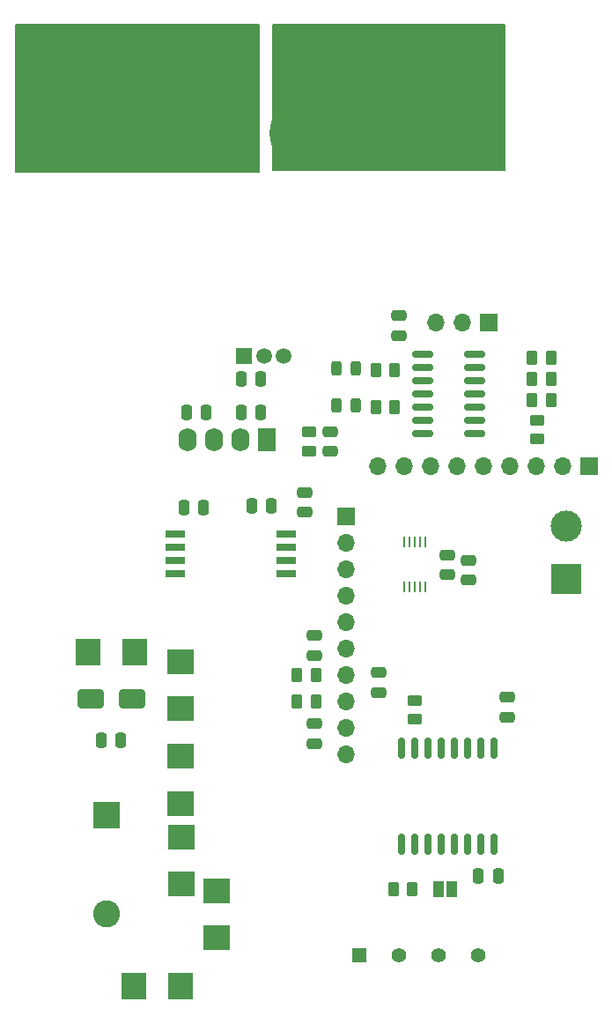
<source format=gbr>
%TF.GenerationSoftware,KiCad,Pcbnew,7.0.5-7.0.5~ubuntu20.04.1*%
%TF.CreationDate,2023-08-05T16:15:12+02:00*%
%TF.ProjectId,diyBMS_CurrentVoltage_ADS1115,64697942-4d53-45f4-9375-7272656e7456,rev?*%
%TF.SameCoordinates,Original*%
%TF.FileFunction,Soldermask,Top*%
%TF.FilePolarity,Negative*%
%FSLAX46Y46*%
G04 Gerber Fmt 4.6, Leading zero omitted, Abs format (unit mm)*
G04 Created by KiCad (PCBNEW 7.0.5-7.0.5~ubuntu20.04.1) date 2023-08-05 16:15:12*
%MOMM*%
%LPD*%
G01*
G04 APERTURE LIST*
G04 Aperture macros list*
%AMRoundRect*
0 Rectangle with rounded corners*
0 $1 Rounding radius*
0 $2 $3 $4 $5 $6 $7 $8 $9 X,Y pos of 4 corners*
0 Add a 4 corners polygon primitive as box body*
4,1,4,$2,$3,$4,$5,$6,$7,$8,$9,$2,$3,0*
0 Add four circle primitives for the rounded corners*
1,1,$1+$1,$2,$3*
1,1,$1+$1,$4,$5*
1,1,$1+$1,$6,$7*
1,1,$1+$1,$8,$9*
0 Add four rect primitives between the rounded corners*
20,1,$1+$1,$2,$3,$4,$5,0*
20,1,$1+$1,$4,$5,$6,$7,0*
20,1,$1+$1,$6,$7,$8,$9,0*
20,1,$1+$1,$8,$9,$2,$3,0*%
%AMHorizOval*
0 Thick line with rounded ends*
0 $1 width*
0 $2 $3 position (X,Y) of the first rounded end (center of the circle)*
0 $4 $5 position (X,Y) of the second rounded end (center of the circle)*
0 Add line between two ends*
20,1,$1,$2,$3,$4,$5,0*
0 Add two circle primitives to create the rounded ends*
1,1,$1,$2,$3*
1,1,$1,$4,$5*%
G04 Aperture macros list end*
%ADD10C,0.150000*%
%ADD11C,0.200000*%
%ADD12RoundRect,0.250000X0.475000X-0.250000X0.475000X0.250000X-0.475000X0.250000X-0.475000X-0.250000X0*%
%ADD13R,2.484000X2.600000*%
%ADD14R,2.600000X2.484000*%
%ADD15RoundRect,0.150000X-0.150000X0.875000X-0.150000X-0.875000X0.150000X-0.875000X0.150000X0.875000X0*%
%ADD16R,1.400000X1.400000*%
%ADD17C,1.400000*%
%ADD18R,1.700000X1.700000*%
%ADD19O,1.700000X1.700000*%
%ADD20C,3.200000*%
%ADD21RoundRect,0.250000X-0.250000X-0.475000X0.250000X-0.475000X0.250000X0.475000X-0.250000X0.475000X0*%
%ADD22RoundRect,0.250000X0.250000X0.475000X-0.250000X0.475000X-0.250000X-0.475000X0.250000X-0.475000X0*%
%ADD23RoundRect,0.250000X-0.475000X0.250000X-0.475000X-0.250000X0.475000X-0.250000X0.475000X0.250000X0*%
%ADD24RoundRect,0.250000X-0.262500X-0.450000X0.262500X-0.450000X0.262500X0.450000X-0.262500X0.450000X0*%
%ADD25RoundRect,0.250000X1.000000X0.650000X-1.000000X0.650000X-1.000000X-0.650000X1.000000X-0.650000X0*%
%ADD26RoundRect,0.250000X0.450000X-0.262500X0.450000X0.262500X-0.450000X0.262500X-0.450000X-0.262500X0*%
%ADD27R,2.600000X2.600000*%
%ADD28C,2.600000*%
%ADD29R,1.905000X0.640000*%
%ADD30R,0.250000X1.100000*%
%ADD31R,1.500000X1.500000*%
%ADD32C,1.500000*%
%ADD33HorizOval,0.800000X0.000000X0.000000X0.000000X0.000000X0*%
%ADD34HorizOval,0.800000X0.000000X0.000000X0.000000X0.000000X0*%
%ADD35C,0.800000*%
%ADD36O,9.000000X6.000000*%
%ADD37RoundRect,0.250000X0.262500X0.450000X-0.262500X0.450000X-0.262500X-0.450000X0.262500X-0.450000X0*%
%ADD38RoundRect,0.243750X-0.243750X-0.456250X0.243750X-0.456250X0.243750X0.456250X-0.243750X0.456250X0*%
%ADD39R,1.000000X1.500000*%
%ADD40RoundRect,0.250000X-0.450000X0.262500X-0.450000X-0.262500X0.450000X-0.262500X0.450000X0.262500X0*%
%ADD41R,3.000000X3.000000*%
%ADD42C,3.000000*%
%ADD43RoundRect,0.150000X-0.825000X-0.150000X0.825000X-0.150000X0.825000X0.150000X-0.825000X0.150000X0*%
%ADD44R,1.750000X2.250000*%
%ADD45O,1.750000X2.250000*%
G04 APERTURE END LIST*
D10*
X48895000Y-7620000D02*
X71120000Y-7620000D01*
X71120000Y-21590000D01*
X48895000Y-21590000D01*
X48895000Y-7620000D01*
G36*
X48895000Y-7620000D02*
G01*
X71120000Y-7620000D01*
X71120000Y-21590000D01*
X48895000Y-21590000D01*
X48895000Y-7620000D01*
G37*
D11*
X24130000Y-7620000D02*
X47498000Y-7620000D01*
X47498000Y-21711000D01*
X24130000Y-21711000D01*
X24130000Y-7620000D01*
G36*
X24130000Y-7620000D02*
G01*
X47498000Y-7620000D01*
X47498000Y-21711000D01*
X24130000Y-21711000D01*
X24130000Y-7620000D01*
G37*
D12*
%TO.C,C16*%
X67691000Y-60955000D03*
X67691000Y-59055000D03*
%TD*%
D13*
%TO.C,R6*%
X35570000Y-67884500D03*
X31054000Y-67884500D03*
%TD*%
D14*
%TO.C,R5*%
X39977000Y-73317500D03*
X39977000Y-68801500D03*
%TD*%
%TO.C,R3*%
X40040500Y-90144500D03*
X40040500Y-85628500D03*
%TD*%
%TO.C,R4*%
X39977000Y-82397500D03*
X39977000Y-77881500D03*
%TD*%
D13*
%TO.C,R1*%
X35496500Y-99951500D03*
X40012500Y-99951500D03*
%TD*%
D14*
%TO.C,R2*%
X43469500Y-95314500D03*
X43469500Y-90798500D03*
%TD*%
D15*
%TO.C,U5*%
X70104000Y-77060000D03*
X68834000Y-77060000D03*
X67564000Y-77060000D03*
X66294000Y-77060000D03*
X65024000Y-77060000D03*
X63754000Y-77060000D03*
X62484000Y-77060000D03*
X61214000Y-77060000D03*
X61214000Y-86360000D03*
X62484000Y-86360000D03*
X63754000Y-86360000D03*
X65024000Y-86360000D03*
X66294000Y-86360000D03*
X67564000Y-86360000D03*
X68834000Y-86360000D03*
X70104000Y-86360000D03*
%TD*%
D16*
%TO.C,J3*%
X57194000Y-96950000D03*
D17*
X61004000Y-96950000D03*
X64814000Y-96950000D03*
X68624000Y-96950000D03*
%TD*%
D18*
%TO.C,J8*%
X69596000Y-36195000D03*
D19*
X67056000Y-36195000D03*
X64516000Y-36195000D03*
%TD*%
D12*
%TO.C,C3*%
X51943000Y-54417000D03*
X51943000Y-52517000D03*
%TD*%
D20*
%TO.C,J5*%
X35931000Y-9783000D03*
X31496000Y-9783000D03*
X27061000Y-9783000D03*
X35931000Y-14218000D03*
X31496000Y-14218000D03*
X27061000Y-14218000D03*
X35931000Y-18653000D03*
X31496000Y-18653000D03*
X27061000Y-18653000D03*
%TD*%
D21*
%TO.C,C10*%
X68629000Y-89330000D03*
X70529000Y-89330000D03*
%TD*%
%TO.C,C8*%
X46802000Y-53848000D03*
X48702000Y-53848000D03*
%TD*%
D22*
%TO.C,C6*%
X34262000Y-76329500D03*
X32362000Y-76329500D03*
%TD*%
D23*
%TO.C,C9*%
X65659000Y-58552000D03*
X65659000Y-60452000D03*
%TD*%
D12*
%TO.C,C5*%
X71374000Y-74090000D03*
X71374000Y-72190000D03*
%TD*%
D23*
%TO.C,C13*%
X52832000Y-66299000D03*
X52832000Y-68199000D03*
%TD*%
D21*
%TO.C,C11*%
X45786000Y-41656000D03*
X47686000Y-41656000D03*
%TD*%
D24*
%TO.C,R8*%
X51157500Y-72644000D03*
X52982500Y-72644000D03*
%TD*%
D25*
%TO.C,D1*%
X35312000Y-72329500D03*
X31312000Y-72329500D03*
%TD*%
D21*
%TO.C,C1*%
X40579000Y-44831000D03*
X42479000Y-44831000D03*
%TD*%
D26*
%TO.C,R17*%
X52324000Y-48561000D03*
X52324000Y-46736000D03*
%TD*%
D21*
%TO.C,C4*%
X45786000Y-44831000D03*
X47686000Y-44831000D03*
%TD*%
D18*
%TO.C,J2*%
X79248000Y-50038000D03*
D19*
X76708000Y-50038000D03*
X74168000Y-50038000D03*
X71628000Y-50038000D03*
X69088000Y-50038000D03*
X66548000Y-50038000D03*
X64008000Y-50038000D03*
X61468000Y-50038000D03*
X58928000Y-50038000D03*
%TD*%
D23*
%TO.C,C14*%
X52832000Y-74742000D03*
X52832000Y-76642000D03*
%TD*%
D26*
%TO.C,R14*%
X74271500Y-47394500D03*
X74271500Y-45569500D03*
%TD*%
D24*
%TO.C,R9*%
X73763500Y-43688000D03*
X75588500Y-43688000D03*
%TD*%
%TO.C,R12*%
X58754000Y-44296252D03*
X60579000Y-44296252D03*
%TD*%
%TO.C,R13*%
X58754000Y-40740252D03*
X60579000Y-40740252D03*
%TD*%
D27*
%TO.C,J7*%
X32865000Y-83505000D03*
D28*
X32865000Y-93025000D03*
%TD*%
D29*
%TO.C,U1*%
X39470000Y-56515000D03*
X39470000Y-57785000D03*
X39470000Y-59055000D03*
X39470000Y-60325000D03*
X50165000Y-60325000D03*
X50165000Y-59055000D03*
X50165000Y-57785000D03*
X50165000Y-56515000D03*
%TD*%
D30*
%TO.C,U2*%
X61484000Y-61586000D03*
X61984000Y-61586000D03*
X62484000Y-61586000D03*
X62984000Y-61586000D03*
X63484000Y-61586000D03*
X63484000Y-57286000D03*
X62984000Y-57286000D03*
X62484000Y-57286000D03*
X61984000Y-57286000D03*
X61484000Y-57286000D03*
%TD*%
D31*
%TO.C,U3*%
X46106000Y-39378000D03*
D32*
X48016000Y-39378000D03*
X49926000Y-39378000D03*
D33*
X49066000Y-17348000D03*
D34*
X49066000Y-18608000D03*
D35*
X49816000Y-16318000D03*
X49816000Y-19638000D03*
X51016000Y-15928000D03*
X51016000Y-20028000D03*
X52346000Y-15928000D03*
X52346000Y-20028000D03*
D36*
X53016000Y-17978000D03*
D35*
X53686000Y-15928000D03*
X53686000Y-20028000D03*
X55016000Y-15928000D03*
X55016000Y-20028000D03*
X56216000Y-16318000D03*
X56216000Y-19638000D03*
X56966000Y-17348000D03*
X56966000Y-18608000D03*
X39066000Y-17348000D03*
X39066000Y-18608000D03*
X39816000Y-16318000D03*
X39816000Y-19638000D03*
X41016000Y-15928000D03*
X41016000Y-20028000D03*
X42346000Y-15928000D03*
X42346000Y-20028000D03*
D36*
X43016000Y-17978000D03*
D35*
X43686000Y-15928000D03*
X43686000Y-20028000D03*
X45016000Y-15928000D03*
X45016000Y-20028000D03*
X46216000Y-16318000D03*
X46216000Y-19638000D03*
D34*
X46966000Y-17348000D03*
D33*
X46966000Y-18608000D03*
%TD*%
D37*
%TO.C,R10*%
X75588500Y-39624000D03*
X73763500Y-39624000D03*
%TD*%
D38*
%TO.C,D2*%
X54942500Y-44196000D03*
X56817500Y-44196000D03*
%TD*%
D24*
%TO.C,R7*%
X51157500Y-70104000D03*
X52982500Y-70104000D03*
%TD*%
D39*
%TO.C,JP1*%
X64799000Y-90600000D03*
X66099000Y-90600000D03*
%TD*%
D12*
%TO.C,C7*%
X60960000Y-37460000D03*
X60960000Y-35560000D03*
%TD*%
D40*
%TO.C,R15*%
X62484000Y-72493500D03*
X62484000Y-74318500D03*
%TD*%
D12*
%TO.C,C15*%
X59055000Y-71750000D03*
X59055000Y-69850000D03*
%TD*%
D18*
%TO.C,J1*%
X55880000Y-54864000D03*
D19*
X55880000Y-57404000D03*
X55880000Y-59944000D03*
X55880000Y-62484000D03*
X55880000Y-65024000D03*
X55880000Y-67564000D03*
X55880000Y-70104000D03*
X55880000Y-72644000D03*
X55880000Y-75184000D03*
X55880000Y-77724000D03*
%TD*%
D41*
%TO.C,J6*%
X77089000Y-60833000D03*
D42*
X77089000Y-55753000D03*
%TD*%
D21*
%TO.C,C2*%
X40325000Y-53975000D03*
X42225000Y-53975000D03*
%TD*%
D43*
%TO.C,U4*%
X63287500Y-39216252D03*
X63287500Y-40486252D03*
X63287500Y-41756252D03*
X63287500Y-43026252D03*
X63287500Y-44296252D03*
X63287500Y-45566252D03*
X63287500Y-46836252D03*
X68237500Y-46836252D03*
X68237500Y-45566252D03*
X68237500Y-44296252D03*
X68237500Y-43026252D03*
X68237500Y-41756252D03*
X68237500Y-40486252D03*
X68237500Y-39216252D03*
%TD*%
D37*
%TO.C,R11*%
X75588500Y-41656000D03*
X73763500Y-41656000D03*
%TD*%
%TO.C,R16*%
X62274000Y-90600000D03*
X60449000Y-90600000D03*
%TD*%
D38*
%TO.C,D3*%
X54942500Y-40640000D03*
X56817500Y-40640000D03*
%TD*%
D20*
%TO.C,J4*%
X68961000Y-9783000D03*
X64526000Y-9783000D03*
X60091000Y-9783000D03*
X68961000Y-14218000D03*
X64526000Y-14218000D03*
X60091000Y-14218000D03*
X68961000Y-18653000D03*
X64526000Y-18653000D03*
X60091000Y-18653000D03*
%TD*%
D44*
%TO.C,PS1*%
X48260000Y-47433500D03*
D45*
X45720000Y-47433500D03*
X43180000Y-47433500D03*
X40640000Y-47433500D03*
%TD*%
D12*
%TO.C,C12*%
X54356000Y-48578500D03*
X54356000Y-46678500D03*
%TD*%
M02*

</source>
